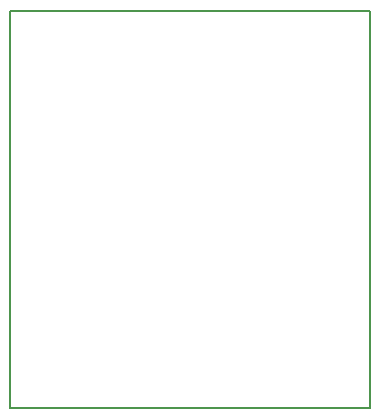
<source format=gbr>
G04 DipTrace 3.2.0.1*
G04 BoardOutline.gbr*
%MOMM*%
G04 #@! TF.FileFunction,Profile*
G04 #@! TF.Part,Single*
%ADD11C,0.14*%
%FSLAX35Y35*%
G04*
G71*
G90*
G75*
G01*
G04 BoardOutline*
%LPD*%
X-1651000Y3873500D2*
D11*
X1333500D1*
X1397000D1*
Y508000D1*
X-1651000D1*
Y3873500D1*
M02*

</source>
